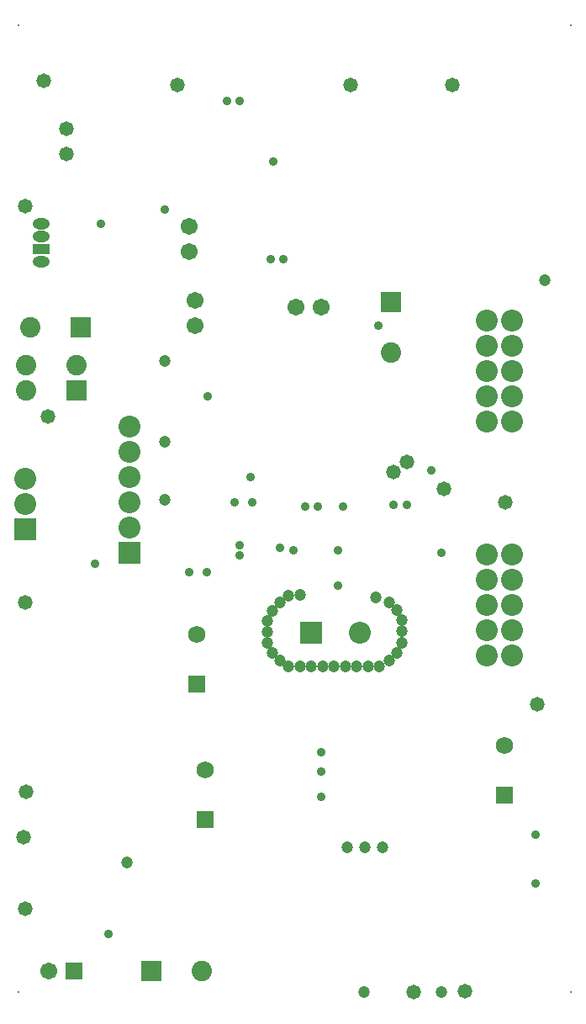
<source format=gbs>
%FSLAX44Y44*%
%MOMM*%
G71*
G01*
G75*
G04 Layer_Color=16711935*
%ADD10O,1.5500X0.6000*%
%ADD11R,1.5500X0.6000*%
G04:AMPARAMS|DCode=12|XSize=2mm|YSize=1mm|CornerRadius=0.25mm|HoleSize=0mm|Usage=FLASHONLY|Rotation=90.000|XOffset=0mm|YOffset=0mm|HoleType=Round|Shape=RoundedRectangle|*
%AMROUNDEDRECTD12*
21,1,2.0000,0.5000,0,0,90.0*
21,1,1.5000,1.0000,0,0,90.0*
1,1,0.5000,0.2500,0.7500*
1,1,0.5000,0.2500,-0.7500*
1,1,0.5000,-0.2500,-0.7500*
1,1,0.5000,-0.2500,0.7500*
%
%ADD12ROUNDEDRECTD12*%
%ADD13R,1.0000X2.0000*%
%ADD14R,0.9000X2.0000*%
%ADD15R,2.0000X0.7000*%
%ADD16R,2.0000X0.8000*%
%ADD17R,1.2500X1.2500*%
%ADD18R,1.2500X1.2500*%
%ADD19R,0.6000X2.0000*%
%ADD20R,0.6000X1.5000*%
%ADD21R,1.4000X1.0000*%
%ADD22R,1.6000X3.0000*%
%ADD23O,1.4500X0.4000*%
%ADD24R,1.4500X0.4000*%
%ADD25R,0.7200X1.7800*%
%ADD26O,0.7200X1.7800*%
%ADD27R,2.5000X1.7000*%
%ADD28R,3.5000X1.0000*%
%ADD29R,2.1590X2.7430*%
%ADD30C,1.0000*%
%ADD31C,1.5000*%
%ADD32C,0.7000*%
%ADD33C,0.3000*%
%ADD34C,0.5000*%
%ADD35C,0.4000*%
%ADD36C,1.5000*%
%ADD37R,1.8500X1.8500*%
%ADD38C,1.8500*%
%ADD39R,1.8500X1.8500*%
%ADD40R,1.5000X0.9000*%
%ADD41O,1.5000X0.9000*%
%ADD42R,2.0000X2.0000*%
%ADD43C,2.0000*%
%ADD44R,2.0000X2.0000*%
%ADD45R,1.5000X1.5000*%
%ADD46C,1.5240*%
%ADD47R,1.5240X1.5240*%
%ADD48C,1.2700*%
%ADD49C,1.0000*%
%ADD50C,0.7000*%
%ADD51C,0.2000*%
%ADD52C,0.2540*%
%ADD53C,0.2500*%
%ADD54C,0.2560*%
%ADD55C,0.1500*%
%ADD56O,1.7532X0.8032*%
%ADD57R,1.7532X0.8032*%
G04:AMPARAMS|DCode=58|XSize=2.2032mm|YSize=1.2032mm|CornerRadius=0.3516mm|HoleSize=0mm|Usage=FLASHONLY|Rotation=90.000|XOffset=0mm|YOffset=0mm|HoleType=Round|Shape=RoundedRectangle|*
%AMROUNDEDRECTD58*
21,1,2.2032,0.5000,0,0,90.0*
21,1,1.5000,1.2032,0,0,90.0*
1,1,0.7032,0.2500,0.7500*
1,1,0.7032,0.2500,-0.7500*
1,1,0.7032,-0.2500,-0.7500*
1,1,0.7032,-0.2500,0.7500*
%
%ADD58ROUNDEDRECTD58*%
%ADD59R,1.2032X2.2032*%
%ADD60R,1.1032X2.2032*%
%ADD61R,2.2032X0.9032*%
%ADD62R,2.2032X1.0032*%
%ADD63R,1.4532X1.4532*%
%ADD64R,1.4532X1.4532*%
%ADD65R,0.8032X2.2032*%
%ADD66R,0.8032X1.7032*%
%ADD67R,1.6032X1.2032*%
%ADD68R,1.8032X3.2032*%
%ADD69O,1.6532X0.6032*%
%ADD70R,1.6532X0.6032*%
%ADD71R,0.9232X1.9832*%
%ADD72O,0.9232X1.9832*%
%ADD73R,2.7032X1.9032*%
%ADD74R,3.7032X1.2032*%
%ADD75R,2.3622X2.9462*%
%ADD76C,1.7032*%
%ADD77R,2.0532X2.0532*%
%ADD78C,2.0532*%
%ADD79R,2.0532X2.0532*%
%ADD80R,1.7032X1.1032*%
%ADD81O,1.7032X1.1032*%
%ADD82R,2.2032X2.2032*%
%ADD83C,2.2032*%
%ADD84R,2.2032X2.2032*%
%ADD85R,1.7032X1.7032*%
%ADD86C,1.7272*%
%ADD87R,1.7272X1.7272*%
%ADD88C,0.2032*%
%ADD89C,1.4732*%
%ADD90C,1.2032*%
%ADD91C,0.9032*%
D76*
X571500Y977900D02*
D03*
X546100D02*
D03*
X444500Y958850D02*
D03*
Y984250D02*
D03*
X438150Y1059180D02*
D03*
Y1033780D02*
D03*
X297180Y309880D02*
D03*
D77*
X641350Y982980D02*
D03*
D78*
Y932180D02*
D03*
X278130Y957580D02*
D03*
X325120Y919480D02*
D03*
X274320D02*
D03*
Y894080D02*
D03*
X450850Y309880D02*
D03*
D79*
X328930Y957580D02*
D03*
X325120Y894080D02*
D03*
X400050Y309880D02*
D03*
D80*
X289560Y1036320D02*
D03*
D81*
Y1023620D02*
D03*
Y1049020D02*
D03*
Y1061720D02*
D03*
D82*
X378460Y730250D02*
D03*
X273050Y754380D02*
D03*
D83*
X378460Y755650D02*
D03*
Y781050D02*
D03*
Y806450D02*
D03*
Y831850D02*
D03*
Y857250D02*
D03*
X610140Y650240D02*
D03*
X273050Y779780D02*
D03*
Y805180D02*
D03*
X763270Y963930D02*
D03*
Y938530D02*
D03*
Y913130D02*
D03*
Y887730D02*
D03*
Y862330D02*
D03*
X737870D02*
D03*
Y887730D02*
D03*
Y913130D02*
D03*
Y938530D02*
D03*
Y963930D02*
D03*
X763270Y728980D02*
D03*
Y703580D02*
D03*
Y678180D02*
D03*
Y652780D02*
D03*
Y627380D02*
D03*
X737870D02*
D03*
Y652780D02*
D03*
Y678180D02*
D03*
Y703580D02*
D03*
Y728980D02*
D03*
D84*
X561340Y650240D02*
D03*
D85*
X322580Y309880D02*
D03*
D86*
X445770Y648170D02*
D03*
X454660Y512280D02*
D03*
X755650Y536410D02*
D03*
D87*
X445770Y598170D02*
D03*
X454660Y462280D02*
D03*
X755650Y486410D02*
D03*
D88*
X266700Y1261110D02*
D03*
X822960D02*
D03*
Y288290D02*
D03*
X266700D02*
D03*
D89*
X788670Y577850D02*
D03*
X600710Y1201420D02*
D03*
X703580D02*
D03*
X292100Y1205230D02*
D03*
X273050Y1079500D02*
D03*
X643890Y811530D02*
D03*
X657860Y821690D02*
D03*
X756920Y781050D02*
D03*
X694690Y795020D02*
D03*
X273050Y372110D02*
D03*
X314960Y1131570D02*
D03*
Y1156970D02*
D03*
X273050Y680720D02*
D03*
X426720Y1201420D02*
D03*
X274320Y490220D02*
D03*
X271780Y444500D02*
D03*
X295910Y867410D02*
D03*
X664210Y288290D02*
D03*
X716280Y289560D02*
D03*
D90*
X626110Y685800D02*
D03*
X640080Y680720D02*
D03*
X647700Y673100D02*
D03*
X652780Y662940D02*
D03*
Y651510D02*
D03*
Y640080D02*
D03*
X647700Y629920D02*
D03*
X640080Y622300D02*
D03*
X607060Y615950D02*
D03*
X618490D02*
D03*
X629920D02*
D03*
X595630D02*
D03*
X584200D02*
D03*
X572770D02*
D03*
X561340D02*
D03*
X549910D02*
D03*
X538480D02*
D03*
X529590Y622300D02*
D03*
X521970Y629920D02*
D03*
X516890Y640080D02*
D03*
Y650875D02*
D03*
Y661670D02*
D03*
X521970Y671830D02*
D03*
X796290Y1004570D02*
D03*
X414020Y783590D02*
D03*
Y842010D02*
D03*
X375920Y419100D02*
D03*
X597370Y434340D02*
D03*
X615150D02*
D03*
X632930D02*
D03*
X414020Y923290D02*
D03*
X614680Y288290D02*
D03*
X692150D02*
D03*
X549910Y688340D02*
D03*
X538480Y687070D02*
D03*
X529590Y680720D02*
D03*
D91*
X523240Y1123950D02*
D03*
X488950Y1184910D02*
D03*
X476250D02*
D03*
X533400Y1026160D02*
D03*
X520700D02*
D03*
X554990Y777240D02*
D03*
X567690D02*
D03*
X593640D02*
D03*
X628650Y958850D02*
D03*
X682540Y813520D02*
D03*
X643890Y778510D02*
D03*
X657860D02*
D03*
X349250Y1061720D02*
D03*
X343314Y719234D02*
D03*
X455930Y711200D02*
D03*
X501650Y781050D02*
D03*
X438150Y711200D02*
D03*
X483870Y781050D02*
D03*
X500380Y806450D02*
D03*
X457200Y887730D02*
D03*
X588010Y697230D02*
D03*
Y732790D02*
D03*
X356870Y346710D02*
D03*
X692150Y730250D02*
D03*
X414020Y1075690D02*
D03*
X488950Y737870D02*
D03*
Y727710D02*
D03*
X529590Y735330D02*
D03*
X543560Y732790D02*
D03*
X571500Y529590D02*
D03*
Y510540D02*
D03*
Y485140D02*
D03*
X787400Y447040D02*
D03*
Y397510D02*
D03*
M02*

</source>
